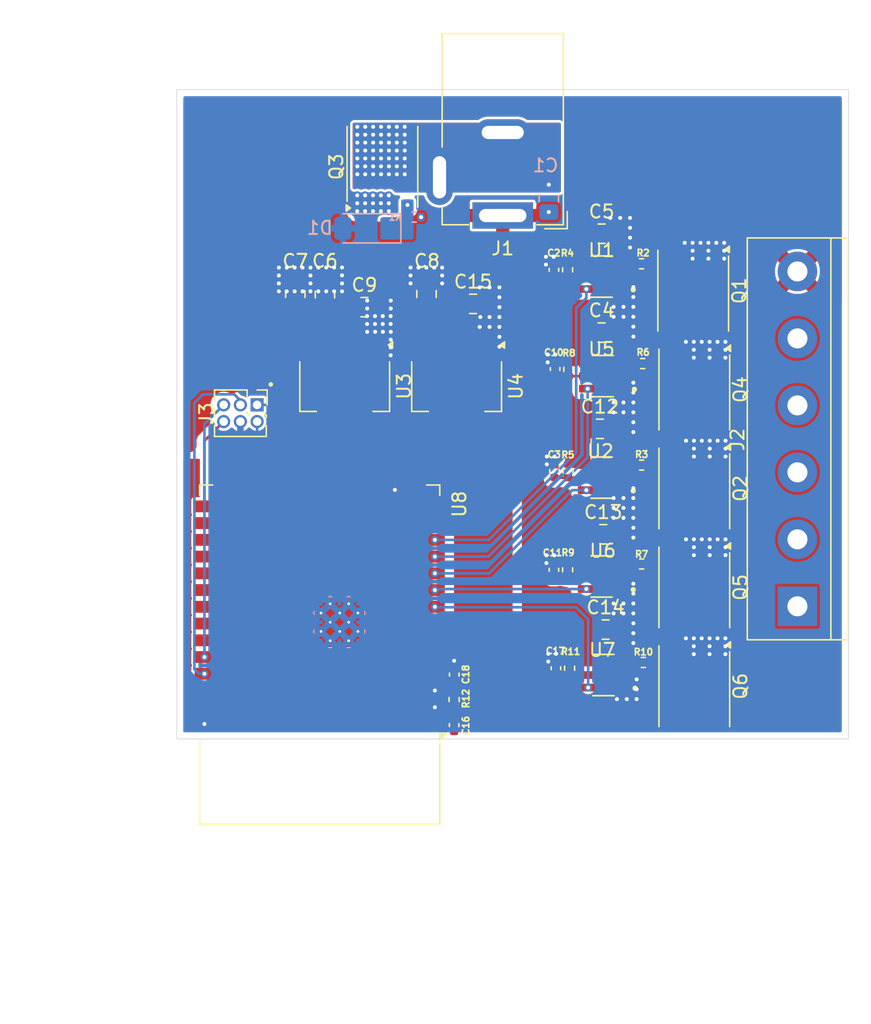
<source format=kicad_pcb>
(kicad_pcb (version 20240108) (generator "pcbnew") (generator_version "8.0")
  (layers (0 "F.Cu" signal) (31 "B.Cu" signal) (34 "B.Paste" user) (35 "F.Paste" user) (36 "B.SilkS" user "B.Silkscreen") (37 "F.SilkS" user "F.Silkscreen") (38 "B.Mask" user) (39 "F.Mask" user) (44 "Edge.Cuts" user))
  (net 0 "")
  (net 1 "GND")
  (net 2 "Net-(U7-EN{slash}~{FLT})")
  (net 3 "Net-(U1-EN{slash}~{FLT})")
  (net 4 "Net-(U5-EN{slash}~{FLT})")
  (net 5 "VCC")
  (net 6 "+3.3V")
  (net 7 "Net-(U2-EN{slash}~{FLT})")
  (net 8 "Net-(Q1-G)")
  (net 9 "Net-(Q2-G)")
  (net 10 "Net-(U7-OUT)")
  (net 11 "Net-(U6-EN{slash}~{FLT})")
  (net 12 "Net-(D1-K)")
  (net 13 "Net-(Q6-G)")
  (net 14 "Net-(Q4-G)")
  (net 15 "Net-(U5-OUT)")
  (net 16 "/IN1")
  (net 17 "/IN2")
  (net 18 "/IN3")
  (net 19 "/IN4")
  (net 20 "/IN5")
  (net 21 "+5V")
  (net 22 "/EN")
  (net 23 "/OUT2")
  (net 24 "/OUT1")
  (net 25 "/OUT4")
  (net 26 "/OUT5")
  (net 27 "/OUT3")
  (net 28 "Net-(U1-OUT)")
  (net 29 "Net-(Q5-G)")
  (net 30 "Net-(U6-OUT)")
  (net 42 "/TX0")
  (net 44 "/BOOT0")
  (net 54 "/RX0")
  (net 59 "GND1")
  (net 60 "Net-(U2-OUT)")
  (footprint "Resistor_SMD:R_0402_1005Metric" (layer "F.Cu") (at 107.68 131.95)
    (property "Reference" "R10")
    (property "Value" "15Ω")
  )
  (footprint "1ED44175N01BXTSA1:1ED44175N01BXTSA1" (layer "F.Cu") (at 104.65 132.905 180)
    (property "Reference" "U7")
    (property "Value" "1ED44175N01BXTSA1" (hide yes))
  )
  (footprint "Package_TO_SOT_SMD:TDSON-8-1" (layer "F.Cu") (at 111.465 103.75 -90)
    (property "Reference" "Q1")
    (property "Value" "CSD18540Q5B")
  )
  (footprint "TerminalBlock:TerminalBlock_bornier-6_P5.08mm" (layer "F.Cu") (at 119.38 127.69 90)
    (property "Reference" "J2")
    (property "Value" "Screw_Terminal")
  )
  (footprint "Resistor_SMD:R_0402_1005Metric" (layer "F.Cu") (at 101.93 102.17 90)
    (property "Reference" "R4")
    (property "Value" "10kΩ")
  )
  (footprint "Resistor_SMD:R_0402_1005Metric" (layer "F.Cu") (at 107.63 109.28)
    (property "Reference" "R6")
    (property "Value" "15Ω")
  )
  (footprint "Capacitor_SMD:C_0402_1005Metric" (layer "F.Cu") (at 100.89 102.17 90)
    (property "Reference" "C2")
    (property "Value" "100nf")
  )
  (footprint "Capacitor_SMD:C_0805_2012Metric_Pad1.18x1.45mm_HandSolder" (layer "F.Cu") (at 104.6325 122.23)
    (property "Reference" "C13")
    (property "Value" "22uf")
  )
  (footprint "Capacitor_SMD:C_0805_2012Metric_Pad1.18x1.45mm_HandSolder" (layer "F.Cu") (at 91.2125 104 90)
    (property "Reference" "C8")
    (property "Value" "22uf" (hide yes))
  )
  (footprint "Package_TO_SOT_SMD:SOT-223-3_TabPin2" (layer "F.Cu") (at 93.5 111 -90)
    (property "Reference" "U4")
    (property "Value" "AMS1117-3.3" (hide yes))
  )
  (footprint "Resistor_SMD:R_0402_1005Metric" (layer "F.Cu") (at 101.96 117.43 90)
    (property "Reference" "R5")
    (property "Value" "10k")
  )
  (footprint "Package_TO_SOT_SMD:SOT-223-3_TabPin2" (layer "F.Cu") (at 85 111 -90)
    (property "Reference" "U3")
    (property "Value" "AMS1117-5.0" (hide yes))
  )
  (footprint "RF_Module:ESP32-WROOM-32D" (layer "F.Cu") (at 83.1 128.37 180)
    (property "Reference" "U8")
    (property "Value" "ESP32-WROOM-32E")
  )
  (footprint "Package_TO_SOT_SMD:TDSON-8-1" (layer "F.Cu") (at 111.55 133.75 -90)
    (property "Reference" "Q6")
    (property "Value" "CSD18540Q5B")
  )
  (footprint "Resistor_SMD:R_0402_1005Metric" (layer "F.Cu") (at 102.02 109.72 90)
    (property "Reference" "R8")
    (property "Value" "10k")
  )
  (footprint "Resistor_SMD:R_0402_1005Metric" (layer "F.Cu") (at 107.55 124.48)
    (property "Reference" "R7")
    (property "Value" "15Ω")
  )
  (footprint "Capacitor_SMD:C_0402_1005Metric" (layer "F.Cu") (at 93.31 136.7 -90)
    (property "Reference" "C16")
    (property "Value" "10uf")
  )
  (footprint "Capacitor_SMD:C_0402_1005Metric" (layer "F.Cu") (at 101.04 132.39 90)
    (property "Reference" "C17")
    (property "Value" "100nf")
  )
  (footprint "Capacitor_SMD:C_0402_1005Metric" (layer "F.Cu") (at 100.93 117.43 90)
    (property "Reference" "C3")
    (property "Value" "100nf")
  )
  (footprint "Capacitor_SMD:C_0805_2012Metric_Pad1.18x1.45mm_HandSolder" (layer "F.Cu") (at 86.5 105)
    (property "Reference" "C9")
    (property "Value" "22uf" (hide yes))
  )
  (footprint "Capacitor_SMD:C_0402_1005Metric" (layer "F.Cu") (at 100.89 124.92 90)
    (property "Reference" "C11")
    (property "Value" "100nf")
  )
  (footprint "Package_TO_SOT_SMD:TDSON-8-1" (layer "F.Cu") (at 111.55 126.25 -90)
    (property "Reference" "Q5")
    (property "Value" "CSD18540Q5B")
  )
  (footprint "Package_TO_SOT_SMD:TDSON-8-1" (layer "F.Cu") (at 111.55 111.25 -90)
    (property "Reference" "Q4")
    (property "Value" "CSD18540Q5B")
  )
  (footprint "Package_TO_SOT_SMD:TDSON-8-1" (layer "F.Cu") (at 87.865 94.35 90)
    (property "Reference" "Q3")
    (property "Value" "CSD18540Q5B")
  )
  (footprint "Capacitor_SMD:C_0805_2012Metric_Pad1.18x1.45mm_HandSolder" (layer "F.Cu") (at 81.25 104 90)
    (property "Reference" "C7")
    (property "Value" "22uf" (hide yes))
  )
  (footprint "1ED44175N01BXTSA1:1ED44175N01BXTSA1" (layer "F.Cu") (at 104.6 110.23 180)
    (property "Reference" "U5")
    (property "Value" "1ED44175N01BXTSA1" (hide yes))
  )
  (footprint "Resistor_SMD:R_0402_1005Metric" (layer "F.Cu") (at 102.08 132.39 90)
    (property "Reference" "R11")
    (property "Value" "10k")
  )
  (footprint "Capacitor_SMD:C_0805_2012Metric_Pad1.18x1.45mm_HandSolder" (layer "F.Cu") (at 83.5 104.0375 90)
    (property "Reference" "C6")
    (property "Value" "22uf" (hide yes))
  )
  (footprint "Capacitor_SMD:C_0805_2012Metric_Pad1.18x1.45mm_HandSolder" (layer "F.Cu") (at 104.81 129.455)
    (property "Reference" "C14")
    (property "Value" "22uf")
  )
  (footprint "Resistor_SMD:R_0402_1005Metric" (layer "F.Cu") (at 93.31 134.76 -90)
    (property "Reference" "R12")
    (property "Value" "10kΩ")
  )
  (footprint "1ED44175N01BXTSA1:1ED44175N01BXTSA1" (layer "F.Cu") (at 104.51 102.68 180)
    (property "Reference" "U1")
    (property "Value" "1ED44175N01BXTSA1" (hide yes))
  )
  (footprint "Package_TO_SOT_SMD:TDSON-8-1" (layer "F.Cu") (at 111.55 118.75 -90)
    (property "Reference" "Q2")
    (property "Value" "CSD18540Q5B")
  )
  (footprint "1ED44175N01BXTSA1:1ED44175N01BXTSA1" (layer "F.Cu") (at 104.51 125.43 180)
    (property "Reference" "U6")
    (property "Value" "1ED44175N01BXTSA1" (hide yes))
  )
  (footprint "Connector_BarrelJack:BarrelJack_GCT_DCJ200-10-A_Horizontal" (layer "F.Cu") (at 97 98.05 180)
    (property "Reference" "J1")
    (property "Value" "Barrel_Jack")
  )
  (footprint "Resistor_SMD:R_0402_1005Metric" (layer "F.Cu") (at 107.55 116.98)
    (property "Reference" "R3")
    (property "Value" "15Ω")
  )
  (footprint "Connector_PinHeader_1.27mm:PinHeader_2x03_P1.27mm_Vertical" (layer "F.Cu") (at 78.35 112.41 -90)
    (property "Reference" "J3")
    (property "Value" "Program")
  )
  (footprint "Capacitor_SMD:C_0402_1005Metric" (layer "F.Cu") (at 100.98 109.69 90)
    (property "Reference" "C10")
    (property "Value" "100nf")
  )
  (footprint "Capacitor_SMD:C_0805_2012Metric_Pad1.18x1.45mm_HandSolder" (layer "F.Cu") (at 104.3825 114.23)
    (property "Reference" "C12")
    (property "Value" "22uf")
  )
  (footprint "Resistor_SMD:R_0402_1005Metric" (layer "F.Cu") (at 101.93 124.92 90)
    (property "Reference" "R9")
    (property "Value" "10k")
  )
  (footprint "1ED44175N01BXTSA1:1ED44175N01BXTSA1" (layer "F.Cu") (at 104.51 117.93 180)
    (property "Reference" "U2")
    (property "Value" "1ED44175N01BXTSA1" (hide yes))
  )
  (footprint "Capacitor_SMD:C_0402_1005Metric" (layer "F.Cu") (at 93.32 132.87 90)
    (property "Reference" "C18")
    (property "Value" "100nf")
  )
  (footprint "Capacitor_SMD:C_0805_2012Metric_Pad1.18x1.45mm_HandSolder" (layer "F.Cu") (at 104.51 99.43)
    (property "Reference" "C5")
    (property "Value" "22uf")
  )
  (footprint "Capacitor_SMD:C_0805_2012Metric_Pad1.18x1.45mm_HandSolder" (layer "F.Cu") (at 94.75 104.75)
    (property "Reference" "C15")
    (property "Value" "22uf")
  )
  (footprint "Resistor_SMD:R_0402_1005Metric" (layer "F.Cu") (at 107.54 101.71)
    (property "Reference" "R2")
    (property "Value" "15Ω")
  )
  (footprint "Capacitor_SMD:C_0805_2012Metric_Pad1.18x1.45mm_HandSolder" (layer "F.Cu") (at 104.51 106.93)
    (property "Reference" "C4")
    (property "Value" "22uf")
  )
  (footprint "Diode_SMD:D_MiniMELF" (layer "B.Cu") (at 86.6075 99.02 180)
    (property "Reference" "D1")
    (property "Value" "ZMM7v5")
  )
  (footprint "Resistor_SMD:R_0402_1005Metric" (layer "B.Cu") (at 90.28 98.17)
    (property "Reference" "R1")
    (property "Value" "100Ω")
  )
  (footprint "Capacitor_SMD:C_0805_2012Metric_Pad1.18x1.45mm_HandSolder" (layer "B.Cu") (at 100.5 96.75 90)
    (property "Reference" "C1")
    (property "Value" "22uf")
  )
  (gr_circle (center 79.39 110.86) (end 79.511655 110.86) (stroke (width 0.1)) (fill solid) (layer "F.SilkS"))
  (gr_rect (start 72.25 88.5) (end 123.25 137.75) (stroke (width 0.05)) (fill none) (layer "Edge.Cuts"))
  (segment (start 93.32 131.82) (end 93.3 131.8) (width 0.2) (layer "F.Cu") (net 1))
  (via (at 95.25 103.5) (size 0.6) (drill 0.3) (layers "F.Cu" "B.Cu") (net 1))
  (via (at 111.52 115.13) (size 0.6) (drill 0.3) (layers "F.Cu" "B.Cu") (net 1))
  (via (at 113.82 101.32) (size 0.6) (drill 0.3) (layers "F.Cu" "B.Cu") (net 1))
  (via (at 106.17 119.48) (size 0.6) (drill 0.3) (layers "F.Cu" "B.Cu") (net 1))
  (via (at 113.32 115.13) (size 0.6) (drill 0.3) (layers "F.Cu" "B.Cu") (net 1))
  (via (at 88.5 104.5) (size 0.6) (drill 0.3) (layers "F.Cu" "B.Cu") (net 1))
  (via (at 105.67 134.73) (size 0.6) (drill 0.3) (layers "F.Cu" "B.Cu") (net 1))
  (via (at 96.75 107.25) (size 0.6) (drill 0.3) (layers "F.Cu" "B.Cu") (net 1))
  (via (at 106.92 114.48) (size 0.6) (drill 0.3) (layers "F.Cu" "B.Cu") (net 1))
  (via (at 88.49 108.65) (size 0.6) (drill 0.3) (layers "F.Cu" "B.Cu") (net 1))
  (via (at 110.92 115.13) (size 0.6) (drill 0.3) (layers "F.Cu" "B.Cu") (net 1))
  (via (at 86.71 106.87) (size 0.6) (drill 0.3) (layers "F.Cu" "B.Cu") (net 1))
  (via (at 80.6 103.8) (size 0.6) (drill 0.3) (layers "F.Cu" "B.Cu") (net 1))
  (via (at 88.5 106.87) (size 0.6) (drill 0.3) (layers "F.Cu" "B.Cu") (net 1))
  (via (at 87.9 106.87) (size 0.6) (drill 0.3) (layers "F.Cu" "B.Cu") (net 1))
  (via (at 112.71 108.83) (size 0.6) (drill 0.3) (layers "F.Cu" "B.Cu") (net 1))
  (via (at 113.92 123.21) (size 0.6) (drill 0.3) (layers "F.Cu" "B.Cu") (net 1))
  (via (at 88.49 108.05) (size 0.6) (drill 0.3) (layers "F.Cu" "B.Cu") (net 1))
  (via (at 88.5 105.1) (size 0.6) (drill 0.3) (layers "F.Cu" "B.Cu") (net 1))
  (via (at 106.92 129.73) (size 0.6) (drill 0.3) (layers "F.Cu" "B.Cu") (net 1))
  (via (at 85.95 96.52) (size 0.6) (drill 0.3) (layers "F.Cu" "B.Cu") (net 1))
  (via (at 96.75 106.5) (size 0.6) (drill 0.3) (layers "F.Cu" "B.Cu") (net 1))
  (via (at 88.49 105.68) (size 0.6) (drill 0.3) (layers "F.Cu" "B.Cu") (net 1))
  (via (at 100.28 101.77) (size 0.6) (drill 0.3) (layers "F.Cu" "B.Cu") (net 1))
  (via (at 87.15 97.72) (size 0.6) (drill 0.3) (layers "F.Cu" "B.Cu") (net 1))
  (via (at 106.92 103.48) (size 0.6) (drill 0.3) (layers "F.Cu" "B.Cu") (net 1))
  (via (at 106.92 122.48) (size 0.6) (drill 0.3) (layers "F.Cu" "B.Cu") (net 1))
  (via (at 105.42 128.23) (size 0.6) (drill 0.3) (layers "F.Cu" "B.Cu") (net 1))
  (via (at 87.75 97.72) (size 0.6) (drill 0.3) (layers "F.Cu" "B.Cu") (net 1))
  (via (at 112.02 100.12) (size 0.6) (drill 0.3) (layers "F.Cu" "B.Cu") (net 1))
  (via (at 88.35 97.12) (size 0.6) (drill 0.3) (layers "F.Cu" "B.Cu") (net 1))
  (via (at 106.67 98.98) (size 0.6) (drill 0.3) (layers "F.Cu" "B.Cu") (net 1))
  (via (at 96.75 103.5) (size 0.6) (drill 0.3) (layers "F.Cu" "B.Cu") (net 1))
  (via (at 113.91 108.83) (size 0.6) (drill 0.3) (layers "F.Cu" "B.Cu") (net 1))
  (via (at 105.42 120.23) (size 0.6) (drill 0.3) (layers "F.Cu" "B.Cu") (net 1))
  (via (at 83.6 103.8) (size 0.6) (drill 0.3) (layers "F.Cu" "B.Cu") (net 1))
  (via (at 110.92 122.61) (size 0.6) (drill 0.3) (layers "F.Cu" "B.Cu") (net 1))
  (via (at 82.4 103.2) (size 0.6) (drill 0.3) (layers "F.Cu" "B.Cu") (net 1))
  (via (at 100.46 131.29) (size 0.6) (drill 0.3) (layers "F.Cu" "B.Cu") (net 1))
  (via (at 81.2 103.8) (size 0.6) (drill 0.3) (layers "F.Cu" "B.Cu") (net 1))
  (via (at 112.62 100.12) (size 0.6) (drill 0.3) (layers "F.Cu" "B.Cu") (net 1))
  (via (at 112.12 122.61) (size 0.6) (drill 0.3) (layers "F.Cu" "B.Cu") (net 1))
  (via (at 106.17 112.98) (size 0.6) (drill 0.3) (layers "F.Cu" "B.Cu") (net 1))
  (via (at 110.91 130.12) (size 0.6) (drill 0.3) (layers "F.Cu" "B.Cu") (net 1))
  (via (at 86.71 105.1) (size 0.6) (drill 0.3) (layers "F.Cu" "B.Cu") (net 1))
  (via (at 100.41 108.59) (size 0.6) (drill 0.3) (layers "F.Cu" "B.Cu") (net 1))
  (via (at 88.5 107.47) (size 0.6) (drill 0.3) (layers "F.Cu" "B.Cu") (net 1))
  (via (at 106.92 107.23) (size 0.6) (drill 0.3) (layers "F.Cu" "B.Cu") (net 1))
  (via (at 105.42 104.98) (size 0.6) (drill 0.3) (layers "F.Cu" "B.Cu") (net 1))
  (via (at 96.75 104.25) (size 0.6) (drill 0.3) (layers "F.Cu" "B.Cu") (net 1))
  (via (at 88.35 97.72) (size 0.6) (drill 0.3) (layers "F.Cu" "B.Cu") (net 1))
  (via (at 111.51 108.23) (size 0.6) (drill 0.3) (layers "F.Cu" "B.Cu") (net 1))
  (via (at 106.92 120.23) (size 0.6) (drill 0.3) (layers "F.Cu" "B.Cu") (net 1))
  (via (at 86.7 105.68) (size 0.6) (drill 0.3) (layers "F.Cu" "B.Cu") (net 1))
  (via (at 106.67 100.48) (size 0.6) (drill 0.3) (layers "F.Cu" "B.Cu") (net 1))
  (via (at 106.67 98.23) (size 0.6) (drill 0.3) (layers "F.Cu" "B.Cu") (net 1))
  (via (at 86.55 97.12) (size 0.6) (drill 0.3) (layers "F.Cu" "B.Cu") (net 1))
  (via (at 112.72 123.21) (size 0.6) (drill 0.3) (layers "F.Cu" "B.Cu") (net 1))
  (via (at 113.91 131.32) (size 0.6) (drill 0.3) (layers "F.Cu" "B.Cu") (net 1))
  (via (at 112.72 115.13) (size 0.6) (drill 0.3) (layers "F.Cu" "B.Cu") (net 1))
  (via (at 112.12 115.13) (size 0.6) (drill 0.3) (layers "F.Cu" "B.Cu") (net 1))
  (via (at 111.52 116.33) (size 0.6) (drill 0.3) (layers "F.Cu" "B.Cu") (net 1))
  (via (at 106.92 120.98) (size 0.6) (drill 0.3) (layers "F.Cu" "B.Cu") (net 1))
  (via (at 106.17 120.23) (size 0.6) (drill 0.3) (layers "F.Cu" "B.Cu") (net 1))
  (via (at 96.75 105.75) (size 0.6) (drill 0.3) (layers "F.Cu" "B.Cu") (net 1))
  (via (at 92.4 102.6) (size 0.6) (drill 0.3) (layers "F.Cu" "B.Cu") (net 1))
  (via (at 112.71 108.23) (size 0.6) (drill 0.3) (layers "F.Cu" "B.Cu") (net 1))
  (via (at 100.46 131.88) (size 0.6) (drill 0.3) (layers "F.Cu" "B.Cu") (net 1))
  (via (at 106.92 105.73) (size 0.6) (drill 0.3) (layers "F.Cu" "B.Cu") (net 1))
  (via (at 113.32 122.61) (size 0.6) (drill 0.3) (layers "F.Cu" "B.Cu") (net 1))
  (via (at 80 103.2) (size 0.6) (drill 0.3) (layers "F.Cu" "B.Cu") (net 1))
  (via (at 100.91 123.82) (size 0.6) (drill 0.3) (layers "F.Cu" "B.Cu") (net 1))
  (via (at 106.92 110.73) (size 0.6) (drill 0.3) (layers "F.Cu" "B.Cu") (net 1))
  (via (at 113.91 130.12) (size 0.6) (drill 0.3) (layers "F.Cu" "B.Cu") (net 1))
  (via (at 111.52 122.61) (size 0.6) (drill 0.3) (layers "F.Cu" "B.Cu") (net 1))
  (via (at 81.8 103.8) (size 0.6) (drill 0.3) (layers "F.Cu" "B.Cu") (net 1))
  (via (at 100.35 116.92) (size 0.6) (drill 0.3) (layers "F.Cu" "B.Cu") (net 1))
  (via (at 95.299997 105.75) (size 0.6) (drill 0.3) (layers "F.Cu" "B.Cu") (net 1))
  (via (at 87.31 106.87) (size 0.6) (drill 0.3) (layers "F.Cu" "B.Cu") (net 1))
  (via (at 106.17 104.98) (size 0.6) (drill 0.3) (layers "F.Cu" "B.Cu") (net 1))
  (via (at 106.17 127.48) (size 0.6) (drill 0.3) (layers "F.Cu" "B.Cu") (net 1))
  (via (at 111.42 100.12) (size 0.6) (drill 0.3) (layers "F.Cu" "B.Cu") (net 1))
  (via (at 91.8 102) (size 0.6) (drill 0.3) (layers "F.Cu" "B.Cu") (net 1))
  (via (at 111.52 123.21) (size 0.6) (drill 0.3) (layers "F.Cu" "B.Cu") (net 1))
  (via (at 85.95 97.12) (size 0.6) (drill 0.3) (layers "F.Cu" "B.Cu") (net 1))
  (via (at 107.17 133.98) (size 0.6) (drill 0.3) (layers "F.Cu" "B.Cu") (net 1))
  (via (at 90 103.2) (size 0.6) (drill 0.3) (layers "F.Cu" "B.Cu") (net 1))
  (via (at 106.92 106.48) (size 0.6) (drill 0.3) (layers "F.Cu" "B.Cu") (net 1))
  (via (at 84.8 102.59) (size 0.6) (drill 0.3) (layers "F.Cu" "B.Cu") (net 1))
  (via (at 80 103.8) (size 0.6) (drill 0.3) (layers "F.Cu" "B.Cu") (net 1))
  (via (at 106.17 128.23) (size 0.6) (drill 0.3) (layers "F.Cu" "B.Cu") (net 1))
  (via (at 101 108.59) (size 0.6) (drill 0.3) (layers "F.Cu" "B.Cu") (net 1))
  (via (at 113.31 130.12) (size 0.6) (drill 0.3) (layers "F.Cu" "B.Cu") (net 1))
  (via (at 106.92 126.73) (size 0.6) (drill 0.3) (layers "F.Cu" "B.Cu") (net 1))
  (via (at 100.35 116.33) (size 0.6) (drill 0.3) (layers "F.Cu" "B.Cu") (net 1))
  (via (at 106.92 128.23) (size 0.6) (drill 0.3) (layers "F.Cu" "B.Cu") (net 1))
  (via (at 112.62 101.32) (size 0.6) (drill 0.3) (layers "F.Cu" "B.Cu") (net 1))
  (via (at 112.71 130.12) (size 0.6) (drill 0.3) (layers "F.Cu" "B.Cu") (net 1))
  (via (at 90.6 102) (size 0.6) (drill 0.3) (layers "F.Cu" "B.Cu") (net 1))
  (via (at 84.8 103.2) (size 0.6) (drill 0.3) (layers "F.Cu" "B.Cu") (net 1))
  (via (at 87.3 106.28) (size 0.6) (drill 0.3) (layers "F.Cu" "B.Cu") (net 1))
  (via (at 113.91 107.63) (size 0.6) (drill 0.3) (layers "F.Cu" "B.Cu") (net 1))
  (via (at 111.42 101.32) (size 0.6) (drill 0.3) (layers "F.Cu" "B.Cu") (net 1))
  (via (at 87.3 105.68) (size 0.6) (drill 0.3) (layers "F.Cu" "B.Cu") (net 1))
  (via (at 112.72 123.81) (size 0.6) (drill 0.3) (layers "F.Cu" "B.Cu") (net 1))
  (via (at 96 103.5) (size 0.6) (drill 0.3) (layers "F.Cu" "B.Cu") (net 1))
  (via (at 113.92 115.73) (size 0.6) (drill 0.3) (layers "F.Cu" "B.Cu") (net 1))
  (via (at 83.6 101.99) (size 0.6) (drill 0.3) (layers "F.Cu" "B.Cu") (net 1))
  (via (at 82.4 102) (size 0.6) (drill 0.3) (layers "F.Cu" "B.Cu") (net 1))
  (via (at 96.75 105) (size 0.6) (drill 0.3) (layers "F.Cu" "B.Cu") (net 1))
  (via (at 87.75 96.52) (size 0.6) (drill 0.3) (layers "F.Cu" "B.Cu") (net 1))
  (via (at 100.87 101.18) (size 0.6) (drill 0.3) (layers "F.Cu" "B.Cu") (net 1))
  (via (at 74.35 136.62) (size 0.6) (drill 0.3) (layers "F.Cu" "B.Cu") (net 1))
  (via (at 106.92 121.73) (size 0.6) (drill 0.3) (layers "F.Cu" "B.Cu") (net 1))
  (via (at 92.4 102) (size 0.6) (drill 0.3) (layers "F.Cu" "B.Cu") (net 1))
  (via (at 86.7 106.28) (size 0.6) (drill 0.3) (layers "F.Cu" "B.Cu") (net 1))
  (via (at 85.95 97.72) (size 0.6) (drill 0.3) (layers "F.Cu" "B.Cu") (net 1))
  (via (at 105.42 120.98) (size 0.6) (drill 0.3) (layers "F.Cu" "B.Cu") (net 1))
  (via (at 106.92 128.98) (size 0.6) (drill 0.3) (layers "F.Cu" "B.Cu") (net 1))
  (via (at 80 102.6) (size 0.6) (drill 0.3) (layers "F.Cu" "B.Cu") (net 1))
  (via (at 100.41 109.18) (size 0.6) (drill 0.3) (layers "F.Cu" "B.Cu") (net 1))
  (via (at 106.92 130.48) (size 0.6) (drill 0.3) (layers "F.Cu" "B.Cu") (net 1))
  (via (at 100.32 124.41) (size 0.6) (drill 0.3) (layers "F.Cu" "B.Cu") (net 1))
  (via (at 86.55 97.72) (size 0.6) (drill 0.3) (layers "F.Cu" "B.Cu") (net 1))
  (via (at 112.62 100.72) (size 0.6) (drill 0.3) (layers "F.Cu" "B.Cu") (net 1))
  (via (at 106.92 113.73) (size 0.6) (drill 0.3) (layers "F.Cu" "B.Cu") (net 1))
  (via (at 106.17 105.73) (size 0.6) (drill 0.3) (layers "F.Cu" "B.Cu") (net 1))
  (via (at 87.75 97.12) (size 0.6) (drill 0.3) (layers "F.Cu" "B.Cu") (net 1))
  (via (at 87.89 105.68) (size 0.6) (drill 0.3) (layers "F.Cu" "B.Cu") (net 1))
  (via (at 113.82 100.72) (size 0.6) (drill 0.3) (layers "F.Cu" "B.Cu") (net 1))
  (via (at 112.72 115.73) (size 0.6) (drill 0.3) (layers "F.Cu" "B.Cu") (net 1))
  (via (at 90 102) (size 0.6) (drill 0.3) (layers "F.Cu" "B.Cu") (net 1))
  (via (at 91.2 102) (size 0.6) (drill 0.3) (layers "F.Cu" "B.Cu") (net 1))
  (via (at 111.51 107.63) (size 0.6) (drill 0.3) (layers "F.Cu" "B.Cu") (net 1))
  (via (at 106.92 118.73) (size 0.6) (drill 0.3) (layers "F.Cu" "B.Cu") (net 1))
  (via (at 100.28 101.18) (size 0.6) (drill 0.3) (layers "F.Cu" "B.Cu") (net 1))
  (via (at 106.67 99.73) (size 0.6) (drill 0.3) (layers "F.Cu" "B.Cu") (net 1))
  (via (at 86.55 96.52) (size 0.6) (drill 0.3) (layers "F.Cu" "B.Cu") (net 1))
  (via (at 113.92 122.61) (size 0.6) (drill 0.3) (layers "F.Cu" "B.Cu") (net 1))
  (via (at 111.51 130.12) (size 0.6) (drill 0.3) (layers "F.Cu" "B.Cu") (net 1))
  (via (at 105.42 119.48) (size 0.6) (drill 0.3) (layers "F.Cu" "B.Cu") (net 1))
  (via (at 107.17 134.73) (size 0.6) (drill 0.3) (layers "F.Cu" "B.Cu") (net 1))
  (via (at 111.51 108.83) (size 0.6) (drill 0.3) (layers "F.Cu" "B.Cu") (net 1))
  (via (at 110.91 107.63) (size 0.6) (drill 0.3) (layers "F.Cu" "B.Cu") (net 1))
  (via (at 83 102) (size 0.6) (drill 0.3) (layers "F.Cu" "B.Cu") (net 1))
  (via (at 113.92 123.81) (size 0.6) (drill 0.3) (layers "F.Cu" "B.Cu") (net 1))
  (via (at 113.91 108.23) (size 0.6) (drill 0.3) (layers "F.Cu" "B.Cu") (net 1))
  (via (at 82.4 102.6) (size 0.6) (drill 0.3) (layers "F.Cu" "B.Cu") (net 1))
  (via (at 101.05 131.29) (size 0.6) (drill 0.3) (layers "F.Cu" "B.Cu") (net 1))
  (via (at 87.89 106.28) (size 0.6) (drill 0.3) (layers "F.Cu" "B.Cu") (net 1))
  (via (at 112.72 116.33) (size 0.6) (drill 0.3) (layers "F.Cu" "B.Cu") (net 1))
  (via (at 113.92 115.13) (size 0.6) (drill 0.3) (layers "F.Cu" "B.Cu") (net 1))
  (via (at 112.71 107.63) (size 0.6) (drill 0.3) (layers "F.Cu" "B.Cu") (net 1))
  (via (at 105.42 127.48) (size 0.6) (drill 0.3) (layers "F.Cu" "B.Cu") (net 1))
  (via (at 110.82 100.12) (size 0.6) (drill 0.3) (layers "F.Cu" "B.Cu") (net 1))
  (via (at 86.71 104.5) (size 0.6) (drill 0.3) (layers "F.Cu" "B.Cu") (net 1))
  (via (at 88.81 118.86) (size 0.6) (drill 0.3) (layers "F.Cu" "B.Cu") (net 1))
  (via (at 105.92 98.23) (size 0.6) (drill 0.3) (layers "F.Cu" "B.Cu") (net 1))
  (via (at 96.75 108) (size 0.6) (drill 0.3) (layers "F.Cu" "B.Cu") (net 1))
  (via (at 81.2 102) (size 0.6) (drill 0.3) (layers "F.Cu" "B.Cu") (net 1))
  (via (at 113.22 100.12) (size 0.6) (drill 0.3) (layers "F.Cu" "B.Cu") (net 1))
  (via (at 105.17 98.23) (size 0.6) (drill 0.3) (layers "F.Cu" "B.Cu") (net 1))
  (via (at 106.42 134.73) (size 0.6) (drill 0.3) (layers "F.Cu" "B.Cu") (net 1))
  (via (at 84.2 101.99) (size 0.6) (drill 0.3) (layers "F.Cu" "B.Cu") (net 1))
  (via (at 106.92 111.48) (size 0.6) (drill 0.3) (layers "F.Cu" "B.Cu") (net 1))
  (via (at 112.11 107.63) (size 0.6) (drill 0.3) (layers "F.Cu" "B.Cu") (net 1))
  (via (at 111.52 115.73) (size 0.6) (drill 0.3) (layers "F.Cu" "B.Cu") (net 1))
  (via (at 88.49 106.28) (size 0.6) (drill 0.3) (layers "F.Cu" "B.Cu") (net 1))
  (via (at 105.42 112.98) (size 0.6) (drill 0.3) (layers "F.Cu" "B.Cu") (net 1))
  (via (at 111.42 100.72) (size 0.6) (drill 0.3) (layers "F.Cu" "B.Cu") (net 1))
  (via (at 106.92 112.23) (size 0.6) (drill 0.3) (layers "F.Cu" "B.Cu") (net 1))
  (via (at 106.92 104.23) (size 0.6) (drill 0.3) (layers "F.Cu" "B.Cu") (net 1))
  (via (at 113.82 100.12) (size 0.6) (drill 0.3) (layers "F.Cu" "B.Cu") (net 1))
  (via (at 87.15 97.12) (size 0.6) (drill 0.3) (layers "F.Cu" "B.Cu") (net 1))
  (via (at 107.17 133.23) (size 0.6) (drill 0.3) (layers "F.Cu" "B.Cu") (net 1))
  (via (at 80 102) (size 0.6) (drill 0.3) (layers "F.Cu" "B.Cu") (net 1))
  (via (at 82.4 103.8) (size 0.6) (drill 0.3) (layers "F.Cu" "B.Cu") (net 1))
  (via (at 106.92 104.98) (size 0.6) (drill 0.3) (layers "F.Cu" "B.Cu") (net 1))
  (via (at 92.4 103.2) (size 0.6) (drill 0.3) (layers "F.Cu" "B.Cu") (net 1))
  (via (at 100.94 116.33) (size 0.6) (drill 0.3) (layers "F.Cu" "B.Cu") (net 1))
  (via (at 106.17 112.23) (size 0.6) (drill 0.3) (layers "F.Cu" "B.Cu") (net 1))
  (via (at 81.8 102) (size 0.6) (drill 0.3) (layers "F.Cu" "B.Cu") (net 1))
  (via (at 84.8 101.99) (size 0.6) (drill 0.3) (layers "F.Cu" "B.Cu") (net 1))
  (via (at 95.25 106.5) (size 0.6) (drill 0.3) (layers "F.Cu" "B.Cu") (net 1))
  (via (at 112.72 122.61) (size 0.6) (drill 0.3) (layers "F.Cu" "B.Cu") (net 1))
  (via (at 93.31 131.82) (size 0.6) (drill 0.3) (layers "F.Cu" "B.Cu") (net 1))
  (via (at 80.6 102) (size 0.6) (drill 0.3) (layers "F.Cu" "B.Cu") (net 1))
  (via (at 88.35 96.52) (size 0.6) (drill 0.3) (layers "F.Cu" "B.Cu") (net 1))
  (via (at 106.92 127.48) (size 0.6) (drill 0.3) (layers "F.Cu" "B.Cu") (net 1))
  (via (at 113.31 107.63) (size 0.6) (drill 0.3) (layers "F.Cu" "B.Cu") (net 1))
  (via (at 111.51 131.32) (size 0.6) (drill 0.3) (layers "F.Cu" "B.Cu") (net 1))
  (via (at 111.52 123.81) (size 0.6) (drill 0.3) (layers "F.Cu" "B.Cu") (net 1))
  (via (at 87.15 96.52) (size 0.6) (drill 0.3) (layers "F.Cu" "B.Cu") (net 1))
  (via (at 112.71 130.72) (size 0.6) (drill 0.3) (layers "F.Cu" "B.Cu") (net 1))
  (via (at 96 106.5) (size 0.6) (drill 0.3) (layers "F.Cu" "B.Cu") (net 1))
  (via (at 106.92 112.98) (size 0.6) (drill 0.3) (layers "F.Cu" "B.Cu") (net 1))
  (via (at 111.51 130.72) (size 0.6) (drill 0.3) (layers "F.Cu" "B.Cu") (net 1))
  (via (at 84.8 103.8) (size 0.6) (drill 0.3) (layers "F.Cu" "B.Cu") (net 1))
  (via (at 83 103.8) (size 0.6) (drill 0.3) (layers "F.Cu" "B.Cu") (net 1))
  (via (at 105.42 105.73) (size 0.6) (drill 0.3) (layers "F.Cu" "B.Cu") (net 1))
  (via (at 84.2 103.8) (size 0.6) (drill 0.3) (layers "F.Cu" "B.Cu") (net 1))
  (via (at 112.71 131.32) (size 0.6) (drill 0.3) (layers "F.Cu" "B.Cu") (net 1))
  (via (at 112.11 130.12) (size 0.6) (drill 0.3) (layers "F.Cu" "B.Cu") (net 1))
  (via (at 106.92 119.48) (size 0.6) (drill 0.3) (layers "F.Cu" "B.Cu") (net 1))
  (via (at 100.32 123.82) (size 0.6) (drill 0.3) (layers "F.Cu" "B.Cu") (net 1))
  (via (at 113.91 130.72) (size 0.6) (drill 0.3) (layers "F.Cu" "B.Cu") (net 1))
  (via (at 106.17 120.98) (size 0.6) (drill 0.3) (layers "F.Cu" "B.Cu") (net 1))
  (via (at 106.92 125.98) (size 0.6) (drill 0.3) (layers "F.Cu" "B.Cu") (net 1))
  (via (at 113.92 116.33) (size 0.6) (drill 0.3) (layers "F.Cu" "B.Cu") (net 1))
  (via (at 90 102.6) (size 0.6) (drill 0.3) (layers "F.Cu" "B.Cu") (net 1))
  (via (at 105.42 112.23) (size 0.6) (drill 0.3) (layers "F.Cu" "B.Cu") (net 1))
  (via (at 96 105.75) (size 0.6) (drill 0.3) (layers "F.Cu" "B.Cu") (net 1))
  (segment (start 102.08 132.9) (end 101.07 132.9) (width 0.2) (layer "F.Cu") (net 2))
  (segment (start 102.085 132.905) (end 102.08 132.9) (width 0.2) (layer "F.Cu") (net 2))
  (segment (start 101.07 132.9) (end 101.04 132.87) (width 0.2) (layer "F.Cu") (net 2))
  (segment (start 103.49 132.905) (end 102.085 132.905) (width 0.2) (layer "F.Cu") (net 2))
  (segment (start 103.35 102.68) (end 101.93 102.68) (width 0.2) (layer "F.Cu") (net 3))
  (segment (start 100.92 102.68) (end 100.89 102.65) (width 0.2) (layer "F.Cu") (net 3))
  (segment (start 101.93 102.68) (end 100.92 102.68) (width 0.2) (layer "F.Cu") (net 3))
  (segment (start 102.02 110.23) (end 101.04 110.23) (width 0.2) (layer "F.Cu") (net 4))
  (segment (start 103.44 110.23) (end 102.02 110.23) (width 0.2) (layer "F.Cu") (net 4))
  (segment (start 101.04 110.23) (end 100.98 110.17) (width 0.2) (layer "F.Cu") (net 4))
  (segment (start 90.79 98.17) (end 90.8 98.17) (width 0.64) (layer "F.Cu") (net 5))
  (via (at 90.8 98.17) (size 0.6) (drill 0.3) (layers "F.Cu" "B.Cu") (net 5))
  (via (at 100.5 97.7875) (size 0.6) (drill 0.3) (layers "F.Cu" "B.Cu") (net 5))
  (segment (start 96.88 98.17) (end 97 98.05) (width 0.2) (layer "B.Cu") (net 5))
  (segment (start 93.33 135.26) (end 93.32 135.27) (width 0.2) (layer "F.Cu") (net 6))
  (segment (start 91.93 135.27) (end 91.85 135.35) (width 0.2) (layer "F.Cu") (net 6))
  (via (at 91.85 135.35) (size 0.6) (drill 0.3) (layers "F.Cu" "B.Cu") (net 6))
  (segment (start 78.35 131.05) (end 82.51 135.21) (width 0.2) (layer "B.Cu") (net 6))
  (segment (start 78.35 113.68) (end 78.35 131.05) (width 0.2) (layer "B.Cu") (net 6))
  (segment (start 91.71 135.21) (end 91.85 135.35) (width 0.2) (layer "B.Cu") (net 6))
  (segment (start 82.51 135.21) (end 91.71 135.21) (width 0.2) (layer "B.Cu") (net 6))
  (segment (start 101.96 117.94) (end 100.96 117.94) (width 0.2) (layer "F.Cu") (net 7))
  (segment (start 103.35 117.93) (end 101.97 117.93) (width 0.2) (layer "F.Cu") (net 7))
  (segment (start 100.96 117.94) (end 100.93 117.91) (width 0.2) (layer "F.Cu") (net 7))
  (segment (start 101.97 117.93) (end 101.96 117.94) (width 0.2) (layer "F.Cu") (net 7))
  (segment (start 108.05 101.71) (end 109.28 101.71) (width 0.2) (layer "F.Cu") (net 8))
  (segment (start 109.28 101.71) (end 109.56 101.43) (width 0.2) (layer "F.Cu") (net 8))
  (segment (start 109.56 101.43) (end 109.56 100.85) (width 0.2) (layer "F.Cu") (net 8))
  (segment (start 109.29 116.98) (end 109.65 116.62) (width 0.2) (layer "F.Cu") (net 9))
  (segment (start 109.645 116.615) (end 109.645 115.85) (width 0.2) (layer "F.Cu") (net 9))
  (segment (start 109.65 116.62) (end 109.645 116.615) (width 0.2) (layer "F.Cu") (net 9))
  (segment (start 108.06 116.98) (end 109.29 116.98) (width 0.2) (layer "F.Cu") (net 9))
  (segment (start 107.165 131.955) (end 107.17 131.95) (width 0.2) (layer "F.Cu") (net 10))
  (segment (start 105.81 131.955) (end 107.165 131.955) (width 0.2) (layer "F.Cu") (net 10))
  (segment (start 101.93 125.43) (end 100.92 125.43) (width 0.2) (layer "F.Cu") (net 11))
  (segment (start 103.35 125.43) (end 101.93 125.43) (width 0.2) (layer "F.Cu") (net 11))
  (segment (start 100.92 125.43) (end 100.89 125.4) (width 0.2) (layer "F.Cu") (net 11))
  (via (at 89.77 97.25) (size 0.6) (drill 0.3) (layers "F.Cu" "B.Cu") (net 12))
  (segment (start 109.66 131.45) (end 109.645 131.435) (width 0.2) (layer "F.Cu") (net 13))
  (segment (start 109.16 131.95) (end 109.66 131.45) (width 0.2) (layer "F.Cu") (net 13))
  (segment (start 108.19 131.95) (end 109.16 131.95) (width 0.2) (layer "F.Cu") (net 13))
  (segment (start 109.645 131.435) (end 109.645 130.85) (width 0.2) (layer "F.Cu") (net 13))
  (segment (start 109.35 109.28) (end 109.645 108.985) (width 0.2) (layer "F.Cu") (net 14))
  (segment (start 109.645 108.985) (end 109.645 108.35) (width 0.2) (layer "F.Cu") (net 14))
  (segment (start 108.14 109.28) (end 109.35 109.28) (width 0.2) (layer "F.Cu") (net 14))
  (segment (start 105.76 109.28) (end 107.12 109.28) (width 0.2) (layer "F.Cu") (net 15))
  (segment (start 103.41 103.69) (end 103.35 103.63) (width 0.2) (layer "F.Cu") (net 16))
  (via (at 91.85 122.65) (size 0.6) (drill 0.3) (layers "F.Cu" "B.Cu") (net 16))
  (via (at 103.35 103.63) (size 0.6) (drill 0.3) (layers "F.Cu" "B.Cu") (net 16))
  (segment (start 103.35 104.3) (end 102.58 105.07) (width 0.2) (layer "B.Cu") (net 16))
  (segment (start 95.95 122.65) (end 91.85 122.65) (width 0.2) (layer "B.Cu") (net 16))
  (segment (start 103.35 103.63) (end 103.35 104.3) (width 0.2) (layer "B.Cu") (net 16))
  (segment (start 102.58 105.07) (end 102.58 116.02) (width 0.2) (layer "B.Cu") (net 16))
  (segment (start 102.58 116.02) (end 95.95 122.65) (width 0.2) (layer "B.Cu") (net 16))
  (segment (start 91.87 123.9) (end 91.85 123.92) (width 0.2) (layer "F.Cu") (net 17))
  (segment (start 103.45 111.19) (end 103.44 111.18) (width 0.2) (layer "F.Cu") (net 17))
  (via (at 103.45 111.19) (size 0.6) (drill 0.3) (layers "F.Cu" "B.Cu") (net 17))
  (via (at 91.85 123.92) (size 0.6) (drill 0.3) (layers "F.Cu" "B.Cu") (net 17))
  (segment (start 103.45 116.39) (end 103.45 111.19) (width 0.2) (layer "B.Cu") (net 17))
  (segment (start 91.85 123.92) (end 95.92 123.92) (width 0.2) (layer "B.Cu") (net 17))
  (segment (start 95.92 123.92) (end 103.45 116.39) (width 0.2) (layer "B.Cu") (net 17))
  (segment (start 91.86 125.2) (end 91.85 125.19) (width 0.2) (layer "F.Cu") (net 18))
  (via (at 103.35 118.88) (size 0.6) (drill 0.3) (layers "F.Cu" "B.Cu") (net 18))
  (via (at 91.85 125.19) (size 0.6) (drill 0.3) (layers "F.Cu" "B.Cu") (net 18))
  (segment (start 91.85 125.19) (end 95.98 125.19) (width 0.2) (layer "B.Cu") (net 18))
  (segment (start 95.98 125.19) (end 102.29 118.88) (width 0.2) (layer "B.Cu") (net 18))
  (segment (start 102.29 118.88) (end 103.35 118.88) (width 0.2) (layer "B.Cu") (net 18))
  (segment (start 103.28 126.45) (end 103.35 126.38) (width 0.2) (layer "F.Cu") (net 19))
  (segment (start 91.86 126.45) (end 91.85 126.46) (width 0.2) (layer "F.Cu") (net 19))
  (via (at 91.85 126.46) (size 0.6) (drill 0.3) (layers "F.Cu" "B.Cu") (net 19))
  (via (at 103.35 126.38) (size 0.6) (drill 0.3) (layers "F.Cu" "B.Cu") (net 19))
  (segment (start 103.35 126.38) (end 91.93 126.38) (width 0.2) (layer "B.Cu") (net 19))
  (segment (start 91.93 126.38) (end 91.85 126.46) (width 0.2) (layer "B.Cu") (net 19))
  (segment (start 91.87 127.75) (end 91.85 127.73) (width 0.2) (layer "F.Cu") (net 20))
  (segment (start 103.485 133.86) (end 103.49 133.855) (width 0.2) (layer "F.Cu") (net 20))
  (via (at 103.49 133.855) (size 0.6) (drill 0.3) (layers "F.Cu" "B.Cu") (net 20))
  (via (at 91.85 127.73) (size 0.6) (drill 0.3) (layers "F.Cu" "B.Cu") (net 20))
  (segment (start 91.88 127.76) (end 102.57 127.76) (width 0.2) (layer "B.Cu") (net 20))
  (segment (start 102.57 127.76) (end 103.49 128.68) (width 0.2) (layer "B.Cu") (net 20))
  (segment (start 91.85 127.73) (end 91.88 127.76) (width 0.2) (layer "B.Cu") (net 20))
  (segment (start 103.49 128.68) (end 103.49 133.855) (width 0.2) (layer "B.Cu") (net 20))
  (segment (start 92.02 134.25) (end 91.85 134.08) (width 0.2) (layer "F.Cu") (net 22))
  (via (at 91.85 134.08) (size 0.6) (drill 0.3) (layers "F.Cu" "B.Cu") (net 22))
  (segment (start 91.74 133.97) (end 91.85 134.08) (width 0.2) (layer "B.Cu") (net 22))
  (segment (start 79.51 130.18) (end 83.3 133.97) (width 0.2) (layer "B.Cu") (net 22))
  (segment (start 79.16 112.41) (end 79.51 112.76) (width 0.2) (layer "B.Cu") (net 22))
  (segment (start 79.51 112.76) (end 79.51 130.18) (width 0.2) (layer "B.Cu") (net 22))
  (segment (start 83.3 133.97) (end 91.74 133.97) (width 0.2) (layer "B.Cu") (net 22))
  (segment (start 78.35 112.41) (end 79.16 112.41) (width 0.2) (layer "B.Cu") (net 22))
  (segment (start 107.01 101.73) (end 107.03 101.71) (width 0.2) (layer "F.Cu") (net 28))
  (segment (start 105.67 101.73) (end 107.01 101.73) (width 0.2) (layer "F.Cu") (net 28))
  (segment (start 109.65 124.08) (end 109.645 124.075) (width 0.2) (layer "F.Cu") (net 29))
  (segment (start 109.645 124.075) (end 109.645 123.35) (width 0.2) (layer "F.Cu") (net 29))
  (segment (start 109.25 124.48) (end 109.65 124.08) (width 0.2) (layer "F.Cu") (net 29))
  (segment (start 108.06 124.48) (end 109.25 124.48) (width 0.2) (layer "F.Cu") (net 29))
  (segment (start 105.67 124.48) (end 107.04 124.48) (width 0.2) (layer "F.Cu") (net 30))
  (via (at 74.35 132.81) (size 0.6) (drill 0.3) (layers "F.Cu" "B.Cu") (net 42))
  (segment (start 76.61 111.61) (end 74.24 111.61) (width 0.2) (layer "B.Cu") (net 42))
  (segment (start 77.08 112.41) (end 77.08 112.08) (width 0.2) (layer "B.Cu") (net 42))
  (segment (start 73.587808 112.262192) (end 73.587808 132.447808) (width 0.2) (layer "B.Cu") (net 42))
  (segment (start 73.95 132.81) (end 74.35 132.81) (width 0.2) (layer "B.Cu") (net 42))
  (segment (start 73.587808 132.447808) (end 73.95 132.81) (width 0.2) (layer "B.Cu") (net 42))
  (segment (start 77.08 112.08) (end 76.61 111.61) (width 0.2) (layer "B.Cu") (net 42))
  (segment (start 74.24 111.61) (end 73.587808 112.262192) (width 0.2) (layer "B.Cu") (net 42))
  (segment (start 74.35 115.14) (end 74.35 120.11) (width 0.2) (layer "F.Cu") (net 44))
  (segment (start 75.81 113.68) (end 74.35 115.14) (width 0.2) (layer "F.Cu") (net 44))
  (via (at 74.35 131.54) (size 0.6) (drill 0.3) (layers "F.Cu" "B.Cu") (net 54))
  (segment (start 75.81 112.41) (end 74.35 113.87) (width 0.2) (layer "B.Cu") (net 54))
  (segment (start 74.35 113.87) (end 74.35 131.54) (width 0.2) (layer "B.Cu") (net 54))
  (via (at 89.56 91.32) (size 0.6) (drill 0.3) (layers "F.Cu" "B.Cu") (net 59))
  (via (at 87.76 93.12) (size 0.6) (drill 0.3) (layers "F.Cu" "B.Cu") (net 59))
  (via (at 88.36 94.92) (size 0.6) (drill 0.3) (layers "F.Cu" "B.Cu") (net 59))
  (via (at 85.96 91.32) (size 0.6) (drill 0.3) (layers "F.Cu" "B.Cu") (net 59))
  (via (at 87.16 93.12) (size 0.6) (drill 0.3) (layers "F.Cu" "B.Cu") (net 59))
  (via (at 85.96 94.32) (size 0.6) (drill 0.3) (layers "F.Cu" "B.Cu") (net 59))
  (via (at 86.56 91.32) (size 0.6) (drill 0.3) (layers "F.Cu" "B.Cu") (net 59))
  (via (at 88.36 91.32) (size 0.6) (drill 0.3) (layers "F.Cu" "B.Cu") (net 59))
  (via (at 85.96 93.72) (size 0.6) (drill 0.3) (layers "F.Cu" "B.Cu") (net 59))
  (via (at 87.16 91.92) (size 0.6) (drill 0.3) (layers "F.Cu" "B.Cu") (net 59))
  (via (at 87.76 94.92) (size 0.6) (drill 0.3) (layers "F.Cu" "B.Cu") (net 59))
  (via (at 85.96 91.92) (size 0.6) (drill 0.3) (layers "F.Cu" "B.Cu") (net 59))
  (via (at 85.96 92.52) (size 0.6) (drill 0.3) (layers "F.Cu" "B.Cu") (net 59))
  (via (at 88.96 94.92) (size 0.6) (drill 0.3) (layers "F.Cu" "B.Cu") (net 59))
  (via (at 89.56 93.12) (size 0.6) (drill 0.3) (layers "F.Cu" "B.Cu") (net 59))
  (via (at 89.56 93.72) (size 0.6) (drill 0.3) (layers "F.Cu" "B.Cu") (net 59))
  (via (at 88.36 92.52) (size 0.6) (drill 0.3) (layers "F.Cu" "B.Cu") (net 59))
  (via (at 88.36 94.32) (size 0.6) (drill 0.3) (layers "F.Cu" "B.Cu") (net 59))
  (via (at 88.36 91.92) (size 0.6) (drill 0.3) (layers "F.Cu" "B.Cu") (net 59))
  (via (at 86.56 91.92) (size 0.6) (drill 0.3) (layers "F.Cu" "B.Cu") (net 59))
  (via (at 87.76 93.72) (size 0.6) (drill 0.3) (layers "F.Cu" "B.Cu") (net 59))
  (via (at 86.56 92.52) (size 0.6) (drill 0.3) (layers "F.Cu" "B.Cu") (net 59))
  (via (at 86.56 94.32) (size 0.6) (drill 0.3) (layers "F.Cu" "B.Cu") (net 59))
  (via (at 87.76 91.32) (size 0.6) (drill 0.3) (layers "F.Cu" "B.Cu") (net 59))
  (via (at 89.56 94.32) (size 0.6) (drill 0.3) (layers "F.Cu" "B.Cu") (net 59))
  (via (at 88.96 93.12) (size 0.6) (drill 0.3) (layers "F.Cu" "B.Cu") (net 59))
  (via (at 88.96 92.52) (size 0.6) (drill 0.3) (layers "F.Cu" "B.Cu") (net 59))
  (via (at 88.96 93.72) (size 0.6) (drill 0.3) (layers "F.Cu" "B.Cu") (net 59))
  (via (at 86.56 93.12) (size 0.6) (drill 0.3) (layers "F.Cu" "B.Cu") (net 59))
  (via (at 89.56 92.52) (size 0.6) (drill 0.3) (layers "F.Cu" "B.Cu") (net 59))
  (via (at 89.56 91.92) (size 0.6) (drill 0.3) (layers "F.Cu" "B.Cu") (net 59))
  (via (at 86.56 94.92) (size 0.6) (drill 0.3) (layers "F.Cu" "B.Cu") (net 59))
  (via (at 88.96 94.32) (size 0.6) (drill 0.3) (layers "F.Cu" "B.Cu") (net 59))
  (via (at 100.5 95.7125) (size 0.6) (drill 0.3) (layers "F.Cu" "B.Cu") (net 59))
  (via (at 88.36 93.72) (size 0.6) (drill 0.3) (layers "F.Cu" "B.Cu") (net 59))
  (via (at 87.76 94.32) (size 0.6) (drill 0.3) (layers "F.Cu" "B.Cu") (net 59))
  (via (at 89.56 94.92) (size 0.6) (drill 0.3) (layers "F.Cu" "B.Cu") (net 59))
  (via (at 87.16 93.72) (size 0.6) (drill 0.3) (layers "F.Cu" "B.Cu") (net 59))
  (via (at 87.16 94.32) (size 0.6) (drill 0.3) (layers "F.Cu" "B.Cu") (net 59))
  (via (at 87.16 94.92) (size 0.6) (drill 0.3) (layers "F.Cu" "B.Cu") (net 59))
  (via (at 88.36 93.12) (size 0.6) (drill 0.3) (layers "F.Cu" "B.Cu") (net 59))
  (via (at 87.16 92.52) (size 0.6) (drill 0.3) (layers "F.Cu" "B.Cu") (net 59))
  (via (at 85.96 94.92) (size 0.6) (drill 0.3) (layers "F.Cu" "B.Cu") (net 59))
  (via (at 88.96 91.92) (size 0.6) (drill 0.3) (layers "F.Cu" "B.Cu") (net 59))
  (via (at 86.56 93.72) (size 0.6) (drill 0.3) (layers "F.Cu" "B.Cu") (net 59))
  (via (at 87.76 91.92) (size 0.6) (drill 0.3) (layers "F.Cu" "B.Cu") (net 59))
  (via (at 88.96 91.32) (size 0.6) (drill 0.3) (layers "F.Cu" "B.Cu") (net 59))
  (via (at 87.16 91.32) (size 0.6) (drill 0.3) (layers "F.Cu" "B.Cu") (net 59))
  (via (at 85.96 93.12) (size 0.6) (drill 0.3) (layers "F.Cu" "B.Cu") (net 59))
  (via (at 87.76 92.52) (size 0.6) (drill 0.3) (layers "F.Cu" "B.Cu") (net 59))
  (segment (start 105.67 116.98) (end 107.04 116.98) (width 0.2) (layer "F.Cu") (net 60))
  (zone (net 23) (net_name "/OUT2") (layer "F.Cu") (priority 22) (connect_pads yes (clearance 0)) (min_thickness 0.25) (fill yes (thermal_gap 0.5) (thermal_bridge_width 0.5))
    (polygon (pts (xy 109.34 110.03) (xy 121.61 110.03) (xy 121.61 114.56) (xy 109.34 114.57)))
  )
  (zone (net 1) (net_name "GND") (layer "F.Cu") (priority 2) (connect_pads yes (clearance 0.1)) (min_thickness 0.25) (fill yes (thermal_gap 0.25) (thermal_bridge_width 0.5))
    (polygon (pts (xy 85.65 96.21) (xy 88.74 96.21) (xy 88.74 98.02) (xy 85.65 98.02)))
  )
  (zone (net 1) (net_name "GND") (layer "F.Cu") (priority 17) (connect_pads (clearance 0.5)) (min_thickness 0.25) (fill yes (thermal_gap 0.05) (thermal_bridge_width 0.3))
    (polygon (pts (xy 105.02 117.63) (xy 105.02 119.33) (xy 107.345 119.33) (xy 107.345 118.405) (xy 106.57 118.405) (xy 106.57 117.63)))
  )
  (zone (net 27) (net_name "/OUT3") (layer "F.Cu") (priority 23) (connect_pads yes (clearance 0)) (min_thickness 0.25) (fill yes (thermal_gap 0.5) (thermal_bridge_width 0.5))
    (polygon (pts (xy 109.33 117.55) (xy 114.63 117.55) (xy 114.63 115.05) (xy 121.63 115.05) (xy 121.63 119.85) (xy 116.43 119.85) (xy 116.43 122.05) (xy 109.33 122.05)))
  )
  (zone (net 1) (net_name "GND") (layer "F.Cu") (priority 9) (connect_pads yes (clearance 0.1)) (min_thickness 0.1) (fill yes (thermal_gap 0.25) (thermal_bridge_width 0.1))
    (polygon (pts (xy 101.21 124.72) (xy 101.21 123.52) (xy 100.01 123.52) (xy 100.01 124.72)))
  )
  (zone (net 25) (net_name "/OUT4") (layer "F.Cu") (priority 24) (connect_pads yes (clearance 0)) (min_thickness 0.25) (fill yes (thermal_gap 0.5) (thermal_bridge_width 0.5))
    (polygon (pts (xy 109.33 125.05) (xy 114.53 125.05) (xy 114.53 122.35) (xy 116.83 122.35) (xy 116.83 120.35) (xy 121.63 120.35) (xy 121.63 125.15) (xy 117.23 125.15) (xy 117.23 129.55) (xy 109.33 129.55)))
  )
  (zone (net 26) (net_name "/OUT5") (layer "F.Cu") (priority 25) (connect_pads yes (clearance 0)) (min_thickness 0.25) (fill yes (thermal_gap 0.5) (thermal_bridge_width 0.5))
    (polygon (pts (xy 109.33 132.55) (xy 117.53 132.55) (xy 117.53 125.55) (xy 121.63 125.55) (xy 121.63 137.15) (xy 109.33 137.15)))
  )
  (zone (net 1) (net_name "GND") (layer "F.Cu") (priority 4) (connect_pads (clearance 0.5)) (min_thickness 0.25) (fill yes (thermal_gap 0.25) (thermal_bridge_width 0.3))
    (polygon (pts (xy 104.97 102.405) (xy 104.97 107.63) (xy 107.245 107.63) (xy 107.245 102.405)))
  )
  (zone (net 1) (net_name "GND") (layer "F.Cu") (priority 9) (connect_pads yes (clearance 0.1)) (min_thickness 0.1) (fill yes (thermal_gap 0.25) (thermal_bridge_width 0.1))
    (polygon (pts (xy 101.35 132.19) (xy 101.35 130.99) (xy 100.15 130.99) (xy 100.15 132.19)))
  )
  (zone (net 6) (net_name "+3.3V") (layer "F.Cu") (priority 21) (connect_pads (clearance 0.7)) (min_thickness 0.24) (fill yes (thermal_gap 0.1) (thermal_bridge_width 0.3))
    (polygon (pts (xy 97.75 134.75) (xy 97.75 112.75) (xy 94.5 112.75) (xy 94.5 104) (xy 92.5 104) (xy 92.5 112.75) (xy 91.5 112.75) (xy 91.5 116.5) (xy 93.29 116.5) (xy 93.31 132.5) (xy 96.25 132.5) (xy 96.25 134.75)))
  )
  (zone (net 1) (net_name "GND") (layer "F.Cu") (priority 1) (connect_pads yes (clearance 0)) (min_thickness 0.25) (fill yes (thermal_gap 0.5) (thermal_bridge_width 0.5))
    (polygon (pts (xy 110.46 99.8) (xy 114.205 99.8) (xy 114.21 101.63) (xy 110.46 101.63)))
  )
  (zone (net 1) (net_name "GND") (layer "F.Cu") (priority 8) (connect_pads (clearance 0.25)) (min_thickness 0.1) (fill yes (thermal_gap 0.1) (thermal_bridge_width 0.3))
    (polygon (pts (xy 72.25 137.75) (xy 93.75 138) (xy 93.75 116.5) (xy 72 116.5)))
  )
  (zone (net 0) (net_name "") (layer "F.Cu") (connect_pads (clearance 0)) (min_thickness 0.25)
    (keepout (tracks allowed) (vias allowed) (pads allowed) (copperpour not_allowed) (footprints allowed))
    (fill (thermal_gap 0.1) (thermal_bridge_width 0.3))
    (polygon (pts (xy 103.67 114.73) (xy 103.67 116.98) (xy 106.92 116.98) (xy 106.92 115.23) (xy 105.92 115.23) (xy 105.92 114.73)))
  )
  (zone (net 1) (net_name "GND") (layer "F.Cu") (priority 1) (connect_pads yes (clearance 0)) (min_thickness 0.25) (fill yes (thermal_gap 0.5) (thermal_bridge_width 0.5))
    (polygon (pts (xy 110.565 114.81) (xy 114.31 114.81) (xy 114.315 116.64) (xy 110.565 116.64)))
  )
  (zone (net 1) (net_name "GND") (layer "F.Cu") (priority 1) (connect_pads yes (clearance 0)) (min_thickness 0.25) (fill yes (thermal_gap 0.5) (thermal_bridge_width 0.5))
    (polygon (pts (xy 110.555 129.8) (xy 114.3 129.8) (xy 114.305 131.63) (xy 110.555 131.63)))
  )
  (zone (net 1) (net_name "GND") (layer "F.Cu") (priority 6) (connect_pads (clearance 0.5)) (min_thickness 0.25) (fill yes (thermal_gap 0.25) (thermal_bridge_width 0.3))
    (polygon (pts (xy 105.17 132.605) (xy 105.17 135.03) (xy 107.47 135.03) (xy 107.47 132.93) (xy 106.47 132.605)))
  )
  (zone (net 5) (net_name "VCC") (layer "F.Cu") (priority 4) (connect_pads thru_hole_only (clearance 0.5)) (min_thickness 1) (fill yes (thermal_gap 0.25) (thermal_bridge_width 1))
    (polygon (pts (xy 72.25 88.5) (xy 123.25 88.5) (xy 123.25 137.75) (xy 72.25 137.75)))
  )
  (zone (net 59) (net_name "GND1") (layer "F.Cu") (priority 5) (connect_pads yes (clearance 0.1)) (min_thickness 0.25) (fill yes (thermal_gap 0.25) (thermal_bridge_width 0.5))
    (polygon (pts (xy 85.6 91) (xy 101.4 91) (xy 101.4 96.3) (xy 85.6 96.3)))
  )
  (zone (net 1) (net_name "GND") (layer "F.Cu") (priority 1) (connect_pads yes (clearance 0)) (min_thickness 0.25) (fill yes (thermal_gap 0.5) (thermal_bridge_width 0.5))
    (polygon (pts (xy 110.565 122.29) (xy 114.31 122.29) (xy 114.315 124.12) (xy 110.565 124.12)))
  )
  (zone (net 6) (net_name "+3.3V") (layer "F.Cu") (priority 10) (connect_pads yes (clearance 0.1)) (min_thickness 0.25) (fill yes (thermal_gap 0.25) (thermal_bridge_width 0.5))
    (polygon (pts (xy 92.98 136.5) (xy 97.75 136.5) (xy 97.75 132.23) (xy 94.75 132.23) (xy 94.75 134.99) (xy 92.98 134.99)))
  )
  (zone (net 1) (net_name "GND") (layer "F.Cu") (priority 5) (connect_pads (clearance 0.5)) (min_thickness 0.25) (fill yes (thermal_gap 0.25) (thermal_bridge_width 0.3))
    (polygon (pts (xy 105.02 118.405) (xy 105.02 122.955) (xy 107.32 122.955) (xy 107.345 118.405)))
  )
  (zone (net 21) (net_name "+5V") (layer "F.Cu") (priority 20) (connect_pads yes (clearance 0.7)) (min_thickness 0.24) (fill yes (thermal_gap 0.1) (thermal_bridge_width 0.3))
    (polygon (pts (xy 92 104.25) (xy 84.75 104.25) (xy 84.75 106.75) (xy 84 106.75) (xy 84 112.75) (xy 83 112.75) (xy 83 115.5) (xy 92 115.5)))
  )
  (zone (net 1) (net_name "GND") (layer "F.Cu") (priority 9) (connect_pads yes (clearance 0.1)) (min_thickness 0.1) (fill yes (thermal_gap 0.25) (thermal_bridge_width 0.1))
    (polygon (pts (xy 101.17 102.08) (xy 101.17 100.88) (xy 99.97 100.88) (xy 99.97 102.08)))
  )
  (zone (net 1) (net_name "GND") (layer "F.Cu") (priority 1) (connect_pads yes (clearance 0)) (min_thickness 0.25) (fill yes (thermal_gap 0.5) (thermal_bridge_width 0.5))
    (polygon (pts (xy 110.555 107.31) (xy 114.3 107.31) (xy 114.305 109.14) (xy 110.555 109.14)))
  )
  (zone (net 1) (net_name "GND") (layer "F.Cu") (priority 14) (connect_pads (clearance 0.5)) (min_thickness 0.25) (fill yes (thermal_gap 0.25) (thermal_bridge_width 0.3))
    (polygon (pts (xy 89.7 101.7) (xy 92.55 101.7) (xy 92.55 103.55) (xy 89.7 103.55)))
  )
  (zone (net 1) (net_name "GND") (layer "F.Cu") (priority 5) (connect_pads (clearance 0.5)) (min_thickness 0.25) (fill yes (thermal_gap 0.25) (thermal_bridge_width 0.3))
    (polygon (pts (xy 104.845 109.93) (xy 104.845 114.93) (xy 107.22 114.93) (xy 107.22 109.93)))
  )
  (zone (net 1) (net_name "GND") (layer "F.Cu") (priority 7) (connect_pads (clearance 0.5)) (min_thickness 0.25) (fill yes (thermal_gap 0.25) (thermal_bridge_width 0.3))
    (polygon (pts (xy 105.02 125.13) (xy 105.02 130.78) (xy 107.22 130.78) (xy 107.22 125.13)))
  )
  (zone (net 1) (net_name "GND") (layer "F.Cu") (priority 9) (connect_pads yes (clearance 0.1)) (min_thickness 0.1) (fill yes (thermal_gap 0.25) (thermal_bridge_width 0.1))
    (polygon (pts (xy 101.3 109.49) (xy 101.3 108.29) (xy 100.1 108.29) (xy 100.1 109.49)))
  )
  (zone (net 1) (net_name "GND") (layer "F.Cu") (priority 3) (connect_pads (clearance 0.5)) (min_thickness 0.25) (fill yes (thermal_gap 0.25) (thermal_bridge_width 0.3))
    (polygon (pts (xy 104.87 97.93) (xy 106.97 97.93) (xy 106.97 100.78) (xy 104.87 100.78)))
  )
  (zone (net 1) (net_name "GND") (layer "F.Cu") (priority 13) (connect_pads (clearance 0.5)) (min_thickness 0.25) (fill yes (thermal_gap 0.25) (thermal_bridge_width 0.3))
    (polygon (pts (xy 94.95 103.2) (xy 97.05 103.2) (xy 97.05 108.85) (xy 94.95 108.85)))
  )
  (zone (net 1) (net_name "GND") (layer "F.Cu") (priority 15) (connect_pads (clearance 0.5)) (min_thickness 0.25) (fill yes (thermal_gap 0.1) (thermal_bridge_width 0.3))
    (polygon (pts (xy 79.7 101.7) (xy 79.7 103.8) (xy 84.8 103.8) (xy 84.8 101.7)))
  )
  (zone (net 22) (net_name "/EN") (layer "F.Cu") (connect_pads yes (clearance 0.025)) (min_thickness 0.25) (fill yes (thermal_gap 0.1) (thermal_bridge_width 0.5))
    (polygon (pts (xy 91.1 133.63) (xy 93 133.63) (xy 93.01 133.07) (xy 93.63 133.07) (xy 93.63 134.53) (xy 91.1 134.53)))
  )
  (zone (net 1) (net_name "GND") (layer "F.Cu") (priority 9) (connect_pads yes (clearance 0.1)) (min_thickness 0.1) (fill yes (thermal_gap 0.25) (thermal_bridge_width 0.1))
    (polygon (pts (xy 101.24 117.23) (xy 101.24 116.03) (xy 100.04 116.03) (xy 100.04 117.23)))
  )
  (zone (net 24) (net_name "/OUT1") (layer "F.Cu") (priority 19) (connect_pads yes (clearance 0)) (min_thickness 0.25) (fill yes (thermal_gap 0.5) (thermal_bridge_width 0.5))
    (polygon (pts (xy 109.26 102.53) (xy 115.05 102.54) (xy 115.05 105.19) (xy 121.47 105.19) (xy 121.44 109.61) (xy 114.54 109.61) (xy 114.54 107.08) (xy 109.25 107.09)))
  )
  (zone (net 1) (net_name "GND") (layer "F.Cu") (priority 16) (connect_pads (clearance 0.5)) (min_thickness 0.25) (fill yes (thermal_gap 0.25) (thermal_bridge_width 0.3))
    (polygon (pts (xy 86.55 104.2) (xy 88.8 104.2) (xy 88.8 108.85) (xy 86.55 108.85)))
  )
  (zone (net 12) (net_name "Net-(D1-K)") (layer "B.Cu") (priority 12) (connect_pads yes (clearance 0.05)) (min_thickness 0.25) (fill yes (thermal_gap 0.5) (thermal_bridge_width 0.5))
    (polygon (pts (xy 87.7 98.17) (xy 89.29 98.17) (xy 89.29 96.83) (xy 90.23 96.83) (xy 90.23 99.86) (xy 87.7 99.86)))
  )
  (zone (net 1) (net_name "GND") (layer "B.Cu") (priority 4) (connect_pads (clearance 0.1)) (min_thickness 0.25) (fill yes (thermal_gap 0.25) (thermal_bridge_width 0.5))
    (polygon (pts (xy 72.25 88.5) (xy 123.25 88.5) (xy 123.25 137.75) (xy 72.25 137.75)))
  )
  (zone (net 59) (net_name "GND1") (layer "B.Cu") (priority 5) (connect_pads yes (clearance 0.1)) (min_thickness 0.25) (fill yes (thermal_gap 0.25) (thermal_bridge_width 0.5))
    (polygon (pts (xy 101.42 91.01) (xy 85.62 91.01) (xy 85.62 96.31) (xy 101.42 96.31)))
  )
)
</source>
